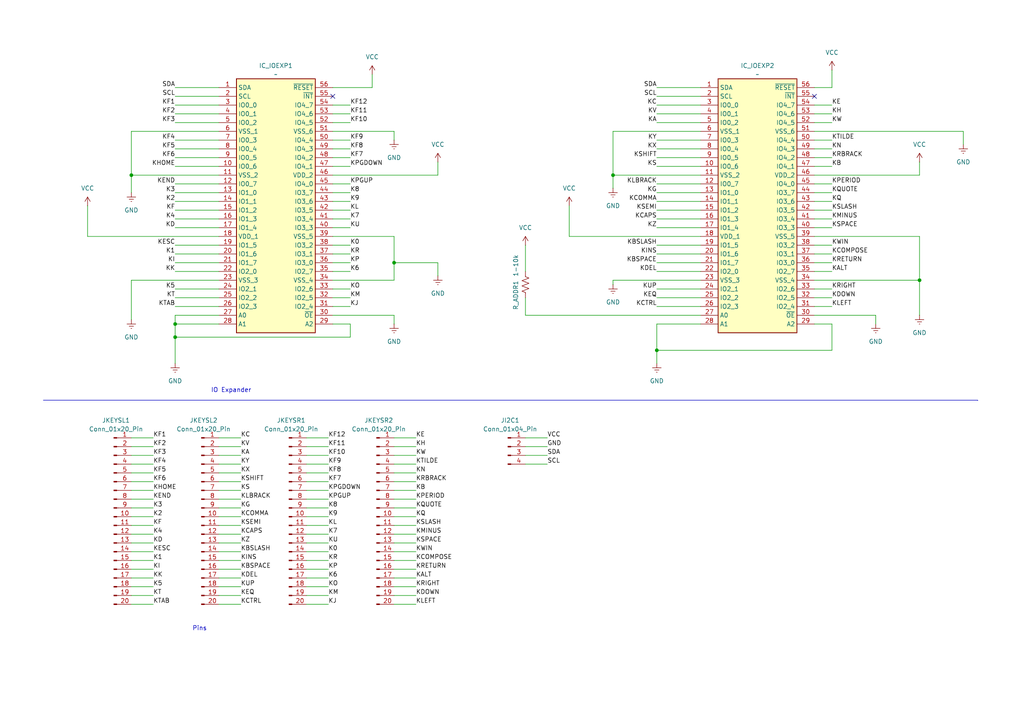
<source format=kicad_sch>
(kicad_sch (version 20231120) (generator "eeschema") (generator_version "8.0")
  (paper "A4")
  (title_block (title "Keyboard/Trackball Combo - Key IO Expanders") (date "2024-09-30") (rev "1") (company "Polymath Studio"))
  (lib_symbols
    (symbol "Connector:Conn_01x04_Pin" (pin_names (offset 1.016) hide)
      (property "Reference" "J" (at 0 5.08 0))
      (property "Value" "Conn_01x04_Pin" (at 0 -7.62 0))
      (symbol "Conn_01x04_Pin_1_1"
        (polyline (pts (xy 1.27 -5.08) (xy 0.8636 -5.08)) (stroke (width 0.1524)))
        (polyline (pts (xy 1.27 -2.54) (xy 0.8636 -2.54)) (stroke (width 0.1524)))
        (polyline (pts (xy 1.27 0) (xy 0.8636 0)) (stroke (width 0.1524)))
        (polyline (pts (xy 1.27 2.54) (xy 0.8636 2.54)) (stroke (width 0.1524)))
        (rectangle (start 0.8636 -4.953) (end 0 -5.207) (stroke (width 0.1524)) (fill (type outline)))
        (rectangle (start 0.8636 -2.413) (end 0 -2.667) (stroke (width 0.1524)) (fill (type outline)))
        (rectangle (start 0.8636 0.127) (end 0 -0.127) (stroke (width 0.1524)) (fill (type outline)))
        (rectangle (start 0.8636 2.667) (end 0 2.413) (stroke (width 0.1524)) (fill (type outline)))
        (pin passive line (at 5.08 2.54 180) (length 3.81) (name "Pin_1") (number "1"))
        (pin passive line (at 5.08 0 180) (length 3.81) (name "Pin_2") (number "2"))
        (pin passive line (at 5.08 -2.54 180) (length 3.81) (name "Pin_3") (number "3"))
        (pin passive line (at 5.08 -5.08 180) (length 3.81) (name "Pin_4") (number "4"))
      )
    )
    (symbol "Connector:Conn_01x20_Pin" (pin_names (offset 1.016) hide)
      (property "Reference" "J" (at 0 25.4 0))
      (property "Value" "Conn_01x20_Pin" (at 0 -27.94 0))
      (symbol "Conn_01x20_Pin_1_1"
        (polyline (pts (xy 1.27 -25.4) (xy 0.8636 -25.4)) (stroke (width 0.1524)))
        (polyline (pts (xy 1.27 -22.86) (xy 0.8636 -22.86)) (stroke (width 0.1524)))
        (polyline (pts (xy 1.27 -20.32) (xy 0.8636 -20.32)) (stroke (width 0.1524)))
        (polyline (pts (xy 1.27 -17.78) (xy 0.8636 -17.78)) (stroke (width 0.1524)))
        (polyline (pts (xy 1.27 -15.24) (xy 0.8636 -15.24)) (stroke (width 0.1524)))
        (polyline (pts (xy 1.27 -12.7) (xy 0.8636 -12.7)) (stroke (width 0.1524)))
        (polyline (pts (xy 1.27 -10.16) (xy 0.8636 -10.16)) (stroke (width 0.1524)))
        (polyline (pts (xy 1.27 -7.62) (xy 0.8636 -7.62)) (stroke (width 0.1524)))
        (polyline (pts (xy 1.27 -5.08) (xy 0.8636 -5.08)) (stroke (width 0.1524)))
        (polyline (pts (xy 1.27 -2.54) (xy 0.8636 -2.54)) (stroke (width 0.1524)))
        (polyline (pts (xy 1.27 0) (xy 0.8636 0)) (stroke (width 0.1524)))
        (polyline (pts (xy 1.27 2.54) (xy 0.8636 2.54)) (stroke (width 0.1524)))
        (polyline (pts (xy 1.27 5.08) (xy 0.8636 5.08)) (stroke (width 0.1524)))
        (polyline (pts (xy 1.27 7.62) (xy 0.8636 7.62)) (stroke (width 0.1524)))
        (polyline (pts (xy 1.27 10.16) (xy 0.8636 10.16)) (stroke (width 0.1524)))
        (polyline (pts (xy 1.27 12.7) (xy 0.8636 12.7)) (stroke (width 0.1524)))
        (polyline (pts (xy 1.27 15.24) (xy 0.8636 15.24)) (stroke (width 0.1524)))
        (polyline (pts (xy 1.27 17.78) (xy 0.8636 17.78)) (stroke (width 0.1524)))
        (polyline (pts (xy 1.27 20.32) (xy 0.8636 20.32)) (stroke (width 0.1524)))
        (polyline (pts (xy 1.27 22.86) (xy 0.8636 22.86)) (stroke (width 0.1524)))
        (rectangle (start 0.8636 -25.273) (end 0 -25.527) (stroke (width 0.1524)) (fill (type outline)))
        (rectangle (start 0.8636 -22.733) (end 0 -22.987) (stroke (width 0.1524)) (fill (type outline)))
        (rectangle (start 0.8636 -20.193) (end 0 -20.447) (stroke (width 0.1524)) (fill (type outline)))
        (rectangle (start 0.8636 -17.653) (end 0 -17.907) (stroke (width 0.1524)) (fill (type outline)))
        (rectangle (start 0.8636 -15.113) (end 0 -15.367) (stroke (width 0.1524)) (fill (type outline)))
        (rectangle (start 0.8636 -12.573) (end 0 -12.827) (stroke (width 0.1524)) (fill (type outline)))
        (rectangle (start 0.8636 -10.033) (end 0 -10.287) (stroke (width 0.1524)) (fill (type outline)))
        (rectangle (start 0.8636 -7.493) (end 0 -7.747) (stroke (width 0.1524)) (fill (type outline)))
        (rectangle (start 0.8636 -4.953) (end 0 -5.207) (stroke (width 0.1524)) (fill (type outline)))
        (rectangle (start 0.8636 -2.413) (end 0 -2.667) (stroke (width 0.1524)) (fill (type outline)))
        (rectangle (start 0.8636 0.127) (end 0 -0.127) (stroke (width 0.1524)) (fill (type outline)))
        (rectangle (start 0.8636 2.667) (end 0 2.413) (stroke (width 0.1524)) (fill (type outline)))
        (rectangle (start 0.8636 5.207) (end 0 4.953) (stroke (width 0.1524)) (fill (type outline)))
        (rectangle (start 0.8636 7.747) (end 0 7.493) (stroke (width 0.1524)) (fill (type outline)))
        (rectangle (start 0.8636 10.287) (end 0 10.033) (stroke (width 0.1524)) (fill (type outline)))
        (rectangle (start 0.8636 12.827) (end 0 12.573) (stroke (width 0.1524)) (fill (type outline)))
        (rectangle (start 0.8636 15.367) (end 0 15.113) (stroke (width 0.1524)) (fill (type outline)))
        (rectangle (start 0.8636 17.907) (end 0 17.653) (stroke (width 0.1524)) (fill (type outline)))
        (rectangle (start 0.8636 20.447) (end 0 20.193) (stroke (width 0.1524)) (fill (type outline)))
        (rectangle (start 0.8636 22.987) (end 0 22.733) (stroke (width 0.1524)) (fill (type outline)))
        (pin passive line (at 5.08 22.86 180) (length 3.81) (name "Pin_1") (number "1"))
        (pin passive line (at 5.08 0 180) (length 3.81) (name "Pin_10") (number "10"))
        (pin passive line (at 5.08 -2.54 180) (length 3.81) (name "Pin_11") (number "11"))
        (pin passive line (at 5.08 -5.08 180) (length 3.81) (name "Pin_12") (number "12"))
        (pin passive line (at 5.08 -7.62 180) (length 3.81) (name "Pin_13") (number "13"))
        (pin passive line (at 5.08 -10.16 180) (length 3.81) (name "Pin_14") (number "14"))
        (pin passive line (at 5.08 -12.7 180) (length 3.81) (name "Pin_15") (number "15"))
        (pin passive line (at 5.08 -15.24 180) (length 3.81) (name "Pin_16") (number "16"))
        (pin passive line (at 5.08 -17.78 180) (length 3.81) (name "Pin_17") (number "17"))
        (pin passive line (at 5.08 -20.32 180) (length 3.81) (name "Pin_18") (number "18"))
        (pin passive line (at 5.08 -22.86 180) (length 3.81) (name "Pin_19") (number "19"))
        (pin passive line (at 5.08 20.32 180) (length 3.81) (name "Pin_2") (number "2"))
        (pin passive line (at 5.08 -25.4 180) (length 3.81) (name "Pin_20") (number "20"))
        (pin passive line (at 5.08 17.78 180) (length 3.81) (name "Pin_3") (number "3"))
        (pin passive line (at 5.08 15.24 180) (length 3.81) (name "Pin_4") (number "4"))
        (pin passive line (at 5.08 12.7 180) (length 3.81) (name "Pin_5") (number "5"))
        (pin passive line (at 5.08 10.16 180) (length 3.81) (name "Pin_6") (number "6"))
        (pin passive line (at 5.08 7.62 180) (length 3.81) (name "Pin_7") (number "7"))
        (pin passive line (at 5.08 5.08 180) (length 3.81) (name "Pin_8") (number "8"))
        (pin passive line (at 5.08 2.54 180) (length 3.81) (name "Pin_9") (number "9"))
      )
    )
    (symbol "Device:R_US" (pin_numbers hide) (pin_names (offset 0))
      (property "Reference" "R" (at 2.54 0 90))
      (property "Value" "R_US" (at -2.54 0 90))
      (symbol "R_US_0_1"
        (polyline (pts (xy 0 -2.286) (xy 0 -2.54)))
        (polyline (pts (xy 0 2.286) (xy 0 2.54)))
        (polyline (pts (xy 0 -0.762) (xy 1.016 -1.143) (xy 0 -1.524) (xy -1.016 -1.905) (xy 0 -2.286)))
        (polyline (pts (xy 0 0.762) (xy 1.016 0.381) (xy 0 0) (xy -1.016 -0.381) (xy 0 -0.762)))
        (polyline (pts (xy 0 2.286) (xy 1.016 1.905) (xy 0 1.524) (xy -1.016 1.143) (xy 0 0.762)))
      )
      (symbol "R_US_1_1"
        (pin passive line (at 0 3.81 270) (length 1.27) (name "~") (number "1"))
        (pin passive line (at 0 -3.81 90) (length 1.27) (name "~") (number "2"))
      )
    )
    (symbol "PCA9505DGGY:PCA9505DGGY"
      (property "Reference" "IC" (at 29.21 7.62 0))
      (property "Value" "PCA9505DGGY" (at 29.21 5.08 0))
      (symbol "PCA9505DGGY_1_1"
        (rectangle (start 5.08 2.54) (end 27.94 -71.12) (stroke (width 0.254)) (fill (type background)))
        (pin passive line (at 0 0 0) (length 5.08) (name "SDA") (number "1"))
        (pin passive line (at 0 -22.86 0) (length 5.08) (name "IO0_6") (number "10"))
        (pin passive line (at 0 -25.4 0) (length 5.08) (name "VSS_2") (number "11"))
        (pin passive line (at 0 -27.94 0) (length 5.08) (name "IO0_7") (number "12"))
        (pin passive line (at 0 -30.48 0) (length 5.08) (name "IO1_0") (number "13"))
        (pin passive line (at 0 -33.02 0) (length 5.08) (name "IO1_1") (number "14"))
        (pin passive line (at 0 -35.56 0) (length 5.08) (name "IO1_2") (number "15"))
        (pin passive line (at 0 -38.1 0) (length 5.08) (name "IO1_3") (number "16"))
        (pin passive line (at 0 -40.64 0) (length 5.08) (name "IO1_4") (number "17"))
        (pin passive line (at 0 -43.18 0) (length 5.08) (name "VDD_1") (number "18"))
        (pin passive line (at 0 -45.72 0) (length 5.08) (name "IO1_5") (number "19"))
        (pin passive line (at 0 -2.54 0) (length 5.08) (name "SCL") (number "2"))
        (pin passive line (at 0 -48.26 0) (length 5.08) (name "IO1_6") (number "20"))
        (pin passive line (at 0 -50.8 0) (length 5.08) (name "IO1_7") (number "21"))
        (pin passive line (at 0 -53.34 0) (length 5.08) (name "IO2_0") (number "22"))
        (pin passive line (at 0 -55.88 0) (length 5.08) (name "VSS_3") (number "23"))
        (pin passive line (at 0 -58.42 0) (length 5.08) (name "IO2_1") (number "24"))
        (pin passive line (at 0 -60.96 0) (length 5.08) (name "IO2_2") (number "25"))
        (pin passive line (at 0 -63.5 0) (length 5.08) (name "IO2_3") (number "26"))
        (pin passive line (at 0 -66.04 0) (length 5.08) (name "A0") (number "27"))
        (pin passive line (at 0 -68.58 0) (length 5.08) (name "A1") (number "28"))
        (pin passive line (at 33.02 -68.58 180) (length 5.08) (name "A2") (number "29"))
        (pin passive line (at 0 -5.08 0) (length 5.08) (name "IO0_0") (number "3"))
        (pin passive line (at 33.02 -66.04 180) (length 5.08) (name "~{OE}") (number "30"))
        (pin passive line (at 33.02 -63.5 180) (length 5.08) (name "IO2_4") (number "31"))
        (pin passive line (at 33.02 -60.96 180) (length 5.08) (name "IO2_5") (number "32"))
        (pin passive line (at 33.02 -58.42 180) (length 5.08) (name "IO2_6") (number "33"))
        (pin passive line (at 33.02 -55.88 180) (length 5.08) (name "VSS_4") (number "34"))
        (pin passive line (at 33.02 -53.34 180) (length 5.08) (name "IO2_7") (number "35"))
        (pin passive line (at 33.02 -50.8 180) (length 5.08) (name "IO3_0") (number "36"))
        (pin passive line (at 33.02 -48.26 180) (length 5.08) (name "IO3_1") (number "37"))
        (pin passive line (at 33.02 -45.72 180) (length 5.08) (name "IO3_2") (number "38"))
        (pin passive line (at 33.02 -43.18 180) (length 5.08) (name "VSS_5") (number "39"))
        (pin passive line (at 0 -7.62 0) (length 5.08) (name "IO0_1") (number "4"))
        (pin passive line (at 33.02 -40.64 180) (length 5.08) (name "IO3_3") (number "40"))
        (pin passive line (at 33.02 -38.1 180) (length 5.08) (name "IO3_4") (number "41"))
        (pin passive line (at 33.02 -35.56 180) (length 5.08) (name "IO3_5") (number "42"))
        (pin passive line (at 33.02 -33.02 180) (length 5.08) (name "IO3_6") (number "43"))
        (pin passive line (at 33.02 -30.48 180) (length 5.08) (name "IO3_7") (number "44"))
        (pin passive line (at 33.02 -27.94 180) (length 5.08) (name "IO4_0") (number "45"))
        (pin passive line (at 33.02 -25.4 180) (length 5.08) (name "VDD_2") (number "46"))
        (pin passive line (at 33.02 -22.86 180) (length 5.08) (name "IO4_1") (number "47"))
        (pin passive line (at 33.02 -20.32 180) (length 5.08) (name "IO4_2") (number "48"))
        (pin passive line (at 33.02 -17.78 180) (length 5.08) (name "IO4_3") (number "49"))
        (pin passive line (at 0 -10.16 0) (length 5.08) (name "IO0_2") (number "5"))
        (pin passive line (at 33.02 -15.24 180) (length 5.08) (name "IO4_4") (number "50"))
        (pin passive line (at 33.02 -12.7 180) (length 5.08) (name "VSS_6") (number "51"))
        (pin passive line (at 33.02 -10.16 180) (length 5.08) (name "IO4_5") (number "52"))
        (pin passive line (at 33.02 -7.62 180) (length 5.08) (name "IO4_6") (number "53"))
        (pin passive line (at 33.02 -5.08 180) (length 5.08) (name "IO4_7") (number "54"))
        (pin passive line (at 33.02 -2.54 180) (length 5.08) (name "~{INT}") (number "55"))
        (pin passive line (at 33.02 0 180) (length 5.08) (name "~{RESET}") (number "56"))
        (pin passive line (at 0 -12.7 0) (length 5.08) (name "VSS_1") (number "6"))
        (pin passive line (at 0 -15.24 0) (length 5.08) (name "IO0_3") (number "7"))
        (pin passive line (at 0 -17.78 0) (length 5.08) (name "IO0_4") (number "8"))
        (pin passive line (at 0 -20.32 0) (length 5.08) (name "IO0_5") (number "9"))
      )
    )
    (symbol "power:Earth" (power) (pin_numbers hide) (pin_names (offset 0) hide)
      (property "Value" "Earth" (at 0 -3.81 0))
      (symbol "Earth_0_1"
        (polyline (pts (xy -0.635 -1.905) (xy 0.635 -1.905)))
        (polyline (pts (xy -0.127 -2.54) (xy 0.127 -2.54)))
        (polyline (pts (xy 0 -1.27) (xy 0 0)))
        (polyline (pts (xy 1.27 -1.27) (xy -1.27 -1.27)))
      )
      (symbol "Earth_1_1"
        (pin power_in line (at 0 0 270) (length 0) (name "~") (number "1"))
      )
    )
    (symbol "power:VCC" (power) (pin_numbers hide) (pin_names (offset 0) hide)
      (property "Value" "VCC" (at 0 3.556 0))
      (symbol "VCC_0_1"
        (polyline (pts (xy -0.762 1.27) (xy 0 2.54)))
        (polyline (pts (xy 0 0) (xy 0 2.54)))
        (polyline (pts (xy 0 2.54) (xy 0.762 1.27)))
      )
      (symbol "VCC_1_1"
        (pin power_in line (at 0 0 90) (length 0) (name "~") (number "1"))
      )
    )
  )
  (junction (at 190.5 101.6))
  (junction (at 266.7 81.28))
  (junction (at 50.8 97.79))
  (junction (at 177.8 50.8))
  (junction (at 114.3 76.2))
  (junction (at 38.1 50.8))
  (junction (at 50.8 93.98))
  (no_connect (at 96.52 27.94))
  (no_connect (at 236.22 27.94))
  (wire (pts (xy 88.9 165.1) (xy 95.25 165.1)))
  (wire (pts (xy 63.5 127) (xy 69.85 127)))
  (wire (pts (xy 50.8 53.34) (xy 63.5 53.34)))
  (wire (pts (xy 152.4 91.44) (xy 203.2 91.44)))
  (wire (pts (xy 50.8 91.44) (xy 63.5 91.44)))
  (wire (pts (xy 88.9 170.18) (xy 95.25 170.18)))
  (wire (pts (xy 101.6 55.88) (xy 96.52 55.88)))
  (polyline (pts (xy 283.591 116.078) (xy 283.591 116.205)))
  (wire (pts (xy 241.3 58.42) (xy 236.22 58.42)))
  (wire (pts (xy 50.8 58.42) (xy 63.5 58.42)))
  (wire (pts (xy 177.8 38.1) (xy 177.8 50.8)))
  (wire (pts (xy 190.5 66.04) (xy 203.2 66.04)))
  (wire (pts (xy 266.7 68.58) (xy 266.7 81.28)))
  (wire (pts (xy 190.5 63.5) (xy 203.2 63.5)))
  (wire (pts (xy 63.5 134.62) (xy 69.85 134.62)))
  (wire (pts (xy 63.5 142.24) (xy 69.85 142.24)))
  (wire (pts (xy 114.3 68.58) (xy 114.3 76.2)))
  (wire (pts (xy 241.3 53.34) (xy 236.22 53.34)))
  (wire (pts (xy 241.3 35.56) (xy 236.22 35.56)))
  (wire (pts (xy 101.6 43.18) (xy 96.52 43.18)))
  (wire (pts (xy 38.1 142.24) (xy 44.45 142.24)))
  (wire (pts (xy 38.1 157.48) (xy 44.45 157.48)))
  (wire (pts (xy 203.2 93.98) (xy 190.5 93.98)))
  (wire (pts (xy 50.8 25.4) (xy 63.5 25.4)))
  (wire (pts (xy 190.5 48.26) (xy 203.2 48.26)))
  (wire (pts (xy 127 46.99) (xy 127 50.8)))
  (wire (pts (xy 38.1 170.18) (xy 44.45 170.18)))
  (wire (pts (xy 101.6 35.56) (xy 96.52 35.56)))
  (wire (pts (xy 50.8 45.72) (xy 63.5 45.72)))
  (wire (pts (xy 236.22 86.36) (xy 241.3 86.36)))
  (wire (pts (xy 38.1 149.86) (xy 44.45 149.86)))
  (wire (pts (xy 63.5 170.18) (xy 69.85 170.18)))
  (wire (pts (xy 101.6 78.74) (xy 96.52 78.74)))
  (wire (pts (xy 241.3 30.48) (xy 236.22 30.48)))
  (wire (pts (xy 96.52 68.58) (xy 114.3 68.58)))
  (wire (pts (xy 101.6 45.72) (xy 96.52 45.72)))
  (wire (pts (xy 63.5 137.16) (xy 69.85 137.16)))
  (wire (pts (xy 266.7 46.99) (xy 266.7 50.8)))
  (wire (pts (xy 114.3 162.56) (xy 120.65 162.56)))
  (wire (pts (xy 190.5 27.94) (xy 203.2 27.94)))
  (wire (pts (xy 50.8 93.98) (xy 63.5 93.98)))
  (wire (pts (xy 101.6 40.64) (xy 96.52 40.64)))
  (wire (pts (xy 96.52 93.98) (xy 101.6 93.98)))
  (wire (pts (xy 114.3 160.02) (xy 120.65 160.02)))
  (wire (pts (xy 236.22 50.8) (xy 266.7 50.8)))
  (wire (pts (xy 38.1 152.4) (xy 44.45 152.4)))
  (wire (pts (xy 88.9 167.64) (xy 95.25 167.64)))
  (wire (pts (xy 190.5 105.41) (xy 190.5 101.6)))
  (wire (pts (xy 38.1 38.1) (xy 38.1 50.8)))
  (wire (pts (xy 203.2 68.58) (xy 165.1 68.58)))
  (wire (pts (xy 88.9 134.62) (xy 95.25 134.62)))
  (wire (pts (xy 88.9 162.56) (xy 95.25 162.56)))
  (wire (pts (xy 114.3 127) (xy 120.65 127)))
  (wire (pts (xy 152.4 86.36) (xy 152.4 91.44)))
  (wire (pts (xy 50.8 40.64) (xy 63.5 40.64)))
  (wire (pts (xy 50.8 73.66) (xy 63.5 73.66)))
  (wire (pts (xy 114.3 137.16) (xy 120.65 137.16)))
  (wire (pts (xy 152.4 129.54) (xy 158.75 129.54)))
  (wire (pts (xy 190.5 43.18) (xy 203.2 43.18)))
  (wire (pts (xy 88.9 172.72) (xy 95.25 172.72)))
  (wire (pts (xy 241.3 93.98) (xy 241.3 101.6)))
  (wire (pts (xy 236.22 38.1) (xy 279.4 38.1)))
  (wire (pts (xy 38.1 50.8) (xy 38.1 55.88)))
  (wire (pts (xy 114.3 152.4) (xy 120.65 152.4)))
  (wire (pts (xy 241.3 88.9) (xy 236.22 88.9)))
  (wire (pts (xy 190.5 93.98) (xy 190.5 101.6)))
  (wire (pts (xy 101.6 33.02) (xy 96.52 33.02)))
  (wire (pts (xy 63.5 152.4) (xy 69.85 152.4)))
  (wire (pts (xy 96.52 91.44) (xy 114.3 91.44)))
  (wire (pts (xy 107.95 21.59) (xy 107.95 25.4)))
  (wire (pts (xy 63.5 157.48) (xy 69.85 157.48)))
  (wire (pts (xy 88.9 160.02) (xy 95.25 160.02)))
  (wire (pts (xy 114.3 157.48) (xy 120.65 157.48)))
  (wire (pts (xy 190.5 35.56) (xy 203.2 35.56)))
  (wire (pts (xy 50.8 48.26) (xy 63.5 48.26)))
  (wire (pts (xy 88.9 129.54) (xy 95.25 129.54)))
  (wire (pts (xy 241.3 20.32) (xy 241.3 25.4)))
  (wire (pts (xy 38.1 134.62) (xy 44.45 134.62)))
  (wire (pts (xy 177.8 50.8) (xy 177.8 54.61)))
  (polyline (pts (xy 12.573 116.078) (xy 283.591 116.078)))
  (wire (pts (xy 114.3 167.64) (xy 120.65 167.64)))
  (wire (pts (xy 63.5 139.7) (xy 69.85 139.7)))
  (wire (pts (xy 114.3 134.62) (xy 120.65 134.62)))
  (wire (pts (xy 38.1 92.71) (xy 38.1 81.28)))
  (wire (pts (xy 50.8 88.9) (xy 63.5 88.9)))
  (wire (pts (xy 266.7 81.28) (xy 266.7 91.44)))
  (wire (pts (xy 101.6 58.42) (xy 96.52 58.42)))
  (wire (pts (xy 63.5 162.56) (xy 69.85 162.56)))
  (wire (pts (xy 190.5 40.64) (xy 203.2 40.64)))
  (wire (pts (xy 101.6 30.48) (xy 96.52 30.48)))
  (wire (pts (xy 88.9 152.4) (xy 95.25 152.4)))
  (wire (pts (xy 114.3 91.44) (xy 114.3 93.98)))
  (wire (pts (xy 38.1 129.54) (xy 44.45 129.54)))
  (wire (pts (xy 63.5 154.94) (xy 69.85 154.94)))
  (wire (pts (xy 241.3 43.18) (xy 236.22 43.18)))
  (wire (pts (xy 114.3 132.08) (xy 120.65 132.08)))
  (wire (pts (xy 127 76.2) (xy 114.3 76.2)))
  (wire (pts (xy 114.3 154.94) (xy 120.65 154.94)))
  (wire (pts (xy 96.52 38.1) (xy 114.3 38.1)))
  (wire (pts (xy 114.3 149.86) (xy 120.65 149.86)))
  (wire (pts (xy 152.4 134.62) (xy 158.75 134.62)))
  (wire (pts (xy 50.8 76.2) (xy 63.5 76.2)))
  (wire (pts (xy 50.8 93.98) (xy 50.8 91.44)))
  (wire (pts (xy 236.22 81.28) (xy 266.7 81.28)))
  (wire (pts (xy 190.5 83.82) (xy 203.2 83.82)))
  (wire (pts (xy 241.3 78.74) (xy 236.22 78.74)))
  (wire (pts (xy 63.5 27.94) (xy 50.8 27.94)))
  (wire (pts (xy 190.5 73.66) (xy 203.2 73.66)))
  (wire (pts (xy 50.8 60.96) (xy 63.5 60.96)))
  (wire (pts (xy 38.1 144.78) (xy 44.45 144.78)))
  (wire (pts (xy 114.3 170.18) (xy 120.65 170.18)))
  (wire (pts (xy 190.5 88.9) (xy 203.2 88.9)))
  (wire (pts (xy 190.5 76.2) (xy 203.2 76.2)))
  (wire (pts (xy 50.8 97.79) (xy 101.6 97.79)))
  (wire (pts (xy 241.3 76.2) (xy 236.22 76.2)))
  (wire (pts (xy 88.9 127) (xy 95.25 127)))
  (wire (pts (xy 177.8 81.28) (xy 203.2 81.28)))
  (wire (pts (xy 236.22 33.02) (xy 241.3 33.02)))
  (wire (pts (xy 177.8 50.8) (xy 203.2 50.8)))
  (wire (pts (xy 127 76.2) (xy 127 80.01)))
  (wire (pts (xy 25.4 68.58) (xy 25.4 59.69)))
  (wire (pts (xy 50.8 35.56) (xy 63.5 35.56)))
  (wire (pts (xy 114.3 172.72) (xy 120.65 172.72)))
  (wire (pts (xy 38.1 172.72) (xy 44.45 172.72)))
  (wire (pts (xy 38.1 139.7) (xy 44.45 139.7)))
  (wire (pts (xy 152.4 127) (xy 158.75 127)))
  (wire (pts (xy 114.3 76.2) (xy 114.3 81.28)))
  (wire (pts (xy 50.8 55.88) (xy 63.5 55.88)))
  (wire (pts (xy 63.5 38.1) (xy 38.1 38.1)))
  (wire (pts (xy 101.6 48.26) (xy 96.52 48.26)))
  (wire (pts (xy 114.3 175.26) (xy 120.65 175.26)))
  (wire (pts (xy 236.22 66.04) (xy 241.3 66.04)))
  (wire (pts (xy 152.4 132.08) (xy 158.75 132.08)))
  (wire (pts (xy 96.52 50.8) (xy 127 50.8)))
  (wire (pts (xy 190.5 53.34) (xy 203.2 53.34)))
  (wire (pts (xy 63.5 147.32) (xy 69.85 147.32)))
  (wire (pts (xy 190.5 58.42) (xy 203.2 58.42)))
  (wire (pts (xy 38.1 175.26) (xy 44.45 175.26)))
  (wire (pts (xy 190.5 60.96) (xy 203.2 60.96)))
  (wire (pts (xy 101.6 73.66) (xy 96.52 73.66)))
  (wire (pts (xy 50.8 33.02) (xy 63.5 33.02)))
  (wire (pts (xy 50.8 97.79) (xy 50.8 93.98)))
  (wire (pts (xy 236.22 68.58) (xy 266.7 68.58)))
  (wire (pts (xy 190.5 33.02) (xy 203.2 33.02)))
  (wire (pts (xy 50.8 30.48) (xy 63.5 30.48)))
  (wire (pts (xy 114.3 129.54) (xy 120.65 129.54)))
  (wire (pts (xy 241.3 45.72) (xy 236.22 45.72)))
  (wire (pts (xy 88.9 175.26) (xy 95.25 175.26)))
  (wire (pts (xy 236.22 91.44) (xy 254 91.44)))
  (wire (pts (xy 241.3 48.26) (xy 236.22 48.26)))
  (wire (pts (xy 63.5 149.86) (xy 69.85 149.86)))
  (wire (pts (xy 190.5 86.36) (xy 203.2 86.36)))
  (wire (pts (xy 63.5 175.26) (xy 69.85 175.26)))
  (wire (pts (xy 50.8 43.18) (xy 63.5 43.18)))
  (wire (pts (xy 96.52 86.36) (xy 101.6 86.36)))
  (wire (pts (xy 101.6 66.04) (xy 96.52 66.04)))
  (wire (pts (xy 114.3 81.28) (xy 96.52 81.28)))
  (wire (pts (xy 254 91.44) (xy 254 93.98)))
  (wire (pts (xy 241.3 60.96) (xy 236.22 60.96)))
  (wire (pts (xy 50.8 78.74) (xy 63.5 78.74)))
  (wire (pts (xy 38.1 81.28) (xy 63.5 81.28)))
  (wire (pts (xy 50.8 86.36) (xy 63.5 86.36)))
  (wire (pts (xy 63.5 129.54) (xy 69.85 129.54)))
  (wire (pts (xy 88.9 157.48) (xy 95.25 157.48)))
  (wire (pts (xy 44.45 127) (xy 38.1 127)))
  (wire (pts (xy 96.52 83.82) (xy 101.6 83.82)))
  (wire (pts (xy 50.8 66.04) (xy 63.5 66.04)))
  (wire (pts (xy 63.5 165.1) (xy 69.85 165.1)))
  (wire (pts (xy 190.5 71.12) (xy 203.2 71.12)))
  (wire (pts (xy 50.8 71.12) (xy 63.5 71.12)))
  (wire (pts (xy 152.4 78.74) (xy 152.4 71.12)))
  (wire (pts (xy 114.3 38.1) (xy 114.3 40.64)))
  (wire (pts (xy 38.1 165.1) (xy 44.45 165.1)))
  (wire (pts (xy 63.5 132.08) (xy 69.85 132.08)))
  (wire (pts (xy 114.3 147.32) (xy 120.65 147.32)))
  (wire (pts (xy 241.3 63.5) (xy 236.22 63.5)))
  (wire (pts (xy 38.1 160.02) (xy 44.45 160.02)))
  (wire (pts (xy 177.8 82.55) (xy 177.8 81.28)))
  (wire (pts (xy 88.9 137.16) (xy 95.25 137.16)))
  (wire (pts (xy 38.1 50.8) (xy 63.5 50.8)))
  (wire (pts (xy 63.5 144.78) (xy 69.85 144.78)))
  (wire (pts (xy 241.3 73.66) (xy 236.22 73.66)))
  (wire (pts (xy 63.5 68.58) (xy 25.4 68.58)))
  (wire (pts (xy 38.1 167.64) (xy 44.45 167.64)))
  (wire (pts (xy 50.8 83.82) (xy 63.5 83.82)))
  (wire (pts (xy 38.1 137.16) (xy 44.45 137.16)))
  (wire (pts (xy 241.3 83.82) (xy 236.22 83.82)))
  (wire (pts (xy 114.3 144.78) (xy 120.65 144.78)))
  (wire (pts (xy 107.95 25.4) (xy 96.52 25.4)))
  (wire (pts (xy 241.3 40.64) (xy 236.22 40.64)))
  (wire (pts (xy 165.1 59.69) (xy 165.1 68.58)))
  (wire (pts (xy 114.3 165.1) (xy 120.65 165.1)))
  (wire (pts (xy 88.9 132.08) (xy 95.25 132.08)))
  (wire (pts (xy 114.3 142.24) (xy 120.65 142.24)))
  (wire (pts (xy 88.9 154.94) (xy 95.25 154.94)))
  (wire (pts (xy 190.5 30.48) (xy 203.2 30.48)))
  (wire (pts (xy 88.9 147.32) (xy 95.25 147.32)))
  (wire (pts (xy 88.9 149.86) (xy 95.25 149.86)))
  (wire (pts (xy 114.3 139.7) (xy 120.65 139.7)))
  (wire (pts (xy 88.9 142.24) (xy 95.25 142.24)))
  (wire (pts (xy 101.6 60.96) (xy 96.52 60.96)))
  (wire (pts (xy 63.5 172.72) (xy 69.85 172.72)))
  (wire (pts (xy 190.5 45.72) (xy 203.2 45.72)))
  (wire (pts (xy 241.3 55.88) (xy 236.22 55.88)))
  (wire (pts (xy 190.5 78.74) (xy 203.2 78.74)))
  (wire (pts (xy 101.6 53.34) (xy 96.52 53.34)))
  (wire (pts (xy 190.5 25.4) (xy 203.2 25.4)))
  (wire (pts (xy 50.8 63.5) (xy 63.5 63.5)))
  (wire (pts (xy 38.1 154.94) (xy 44.45 154.94)))
  (wire (pts (xy 101.6 63.5) (xy 96.52 63.5)))
  (wire (pts (xy 63.5 167.64) (xy 69.85 167.64)))
  (wire (pts (xy 190.5 101.6) (xy 241.3 101.6)))
  (wire (pts (xy 101.6 71.12) (xy 96.52 71.12)))
  (wire (pts (xy 241.3 25.4) (xy 236.22 25.4)))
  (wire (pts (xy 190.5 55.88) (xy 203.2 55.88)))
  (wire (pts (xy 96.52 88.9) (xy 101.6 88.9)))
  (wire (pts (xy 101.6 76.2) (xy 96.52 76.2)))
  (wire (pts (xy 88.9 144.78) (xy 95.25 144.78)))
  (wire (pts (xy 279.4 38.1) (xy 279.4 41.91)))
  (wire (pts (xy 38.1 147.32) (xy 44.45 147.32)))
  (wire (pts (xy 38.1 132.08) (xy 44.45 132.08)))
  (wire (pts (xy 236.22 93.98) (xy 241.3 93.98)))
  (wire (pts (xy 241.3 71.12) (xy 236.22 71.12)))
  (wire (pts (xy 88.9 139.7) (xy 95.25 139.7)))
  (wire (pts (xy 50.8 97.79) (xy 50.8 105.41)))
  (wire (pts (xy 63.5 160.02) (xy 69.85 160.02)))
  (wire (pts (xy 203.2 38.1) (xy 177.8 38.1)))
  (wire (pts (xy 38.1 162.56) (xy 44.45 162.56)))
  (wire (pts (xy 101.6 93.98) (xy 101.6 97.79)))
  (text "IO Expander" (at 67.056 113.284 0) (effects (font (size 1.27 1.27))))
  (text "Pins" (at 57.912 182.372 0) (effects (font (size 1.27 1.27))))
  (label "KH" (at 120.65 129.54 0))
  (label "KRIGHT" (at 241.3 83.82 0))
  (label "K2" (at 44.45 149.86 0))
  (label "K8" (at 95.25 147.32 0))
  (label "KL" (at 101.6 60.96 0))
  (label "KTILDE" (at 241.3 40.64 0))
  (label "KD" (at 44.45 157.48 0))
  (label "KN" (at 241.3 43.18 0))
  (label "K4" (at 44.45 154.94 0))
  (label "KRETURN" (at 120.65 165.1 0))
  (label "KRBRACK" (at 120.65 139.7 0))
  (label "KEND" (at 44.45 144.78 0))
  (label "KI" (at 50.8 76.2 180))
  (label "KK" (at 50.8 78.74 180))
  (label "KUP" (at 190.5 83.82 180))
  (label "KG" (at 190.5 55.88 180))
  (label "KTILDE" (at 120.65 134.62 0))
  (label "KK" (at 44.45 167.64 0))
  (label "KF1" (at 50.8 30.48 180))
  (label "KF11" (at 95.25 129.54 0))
  (label "KPGDOWN" (at 101.6 48.26 0))
  (label "KSPACE" (at 120.65 157.48 0))
  (label "KMINUS" (at 120.65 154.94 0))
  (label "KLEFT" (at 241.3 88.9 0))
  (label "KESC" (at 50.8 71.12 180))
  (label "KE" (at 241.3 30.48 0))
  (label "KU" (at 95.25 157.48 0))
  (label "KS" (at 69.85 142.24 0))
  (label "K5" (at 44.45 170.18 0))
  (label "KBSPACE" (at 190.5 76.2 180))
  (label "KCOMMA" (at 190.5 58.42 180))
  (label "K3" (at 50.8 55.88 180))
  (label "KF8" (at 95.25 137.16 0))
  (label "KUP" (at 69.85 170.18 0))
  (label "K1" (at 44.45 162.56 0))
  (label "KC" (at 190.5 30.48 180))
  (label "SCL" (at 50.8 27.94 180))
  (label "KC" (at 69.85 127 0))
  (label "KDOWN" (at 241.3 86.36 0))
  (label "KRBRACK" (at 241.3 45.72 0))
  (label "KESC" (at 44.45 160.02 0))
  (label "KW" (at 120.65 132.08 0))
  (label "KPGUP" (at 101.6 53.34 0))
  (label "KCTRL" (at 190.5 88.9 180))
  (label "KP" (at 101.6 76.2 0))
  (label "KU" (at 101.6 66.04 0))
  (label "KDOWN" (at 120.65 172.72 0))
  (label "KEQ" (at 69.85 172.72 0))
  (label "KBSLASH" (at 69.85 160.02 0))
  (label "KY" (at 190.5 40.64 180))
  (label "KCAPS" (at 190.5 63.5 180))
  (label "SDA" (at 158.75 132.08 0))
  (label "KF" (at 44.45 152.4 0))
  (label "KF4" (at 50.8 40.64 180))
  (label "KF5" (at 50.8 43.18 180))
  (label "VCC" (at 158.75 127 0))
  (label "K4" (at 50.8 63.5 180))
  (label "KF10" (at 101.6 35.56 0))
  (label "KHOME" (at 44.45 142.24 0))
  (label "KV" (at 190.5 33.02 180))
  (label "SDA" (at 50.8 25.4 180))
  (label "KZ" (at 69.85 157.48 0))
  (label "KCOMPOSE" (at 120.65 162.56 0))
  (label "KPGDOWN" (at 95.25 142.24 0))
  (label "KDEL" (at 190.5 78.74 180))
  (label "K1" (at 50.8 73.66 180))
  (label "KW" (at 241.3 35.56 0))
  (label "KINS" (at 69.85 162.56 0))
  (label "KSEMI" (at 190.5 60.96 180))
  (label "KLEFT" (at 120.65 175.26 0))
  (label "KJ" (at 95.25 175.26 0))
  (label "KF2" (at 44.45 129.54 0))
  (label "KSHIFT" (at 69.85 139.7 0))
  (label "SCL" (at 158.75 134.62 0))
  (label "K5" (at 50.8 83.82 180))
  (label "KF8" (at 101.6 43.18 0))
  (label "KH" (at 241.3 33.02 0))
  (label "KZ" (at 190.5 66.04 180))
  (label "KN" (at 120.65 137.16 0))
  (label "KF1" (at 44.45 127 0))
  (label "KI" (at 44.45 165.1 0))
  (label "SCL" (at 190.5 27.94 180))
  (label "KF12" (at 95.25 127 0))
  (label "KF6" (at 44.45 139.7 0))
  (label "KF9" (at 95.25 134.62 0))
  (label "KS" (at 190.5 48.26 180))
  (label "KF" (at 50.8 60.96 180))
  (label "KSLASH" (at 120.65 152.4 0))
  (label "KO" (at 101.6 83.82 0))
  (label "KMINUS" (at 241.3 63.5 0))
  (label "KQUOTE" (at 241.3 55.88 0))
  (label "KLBRACK" (at 190.5 53.34 180))
  (label "KSEMI" (at 69.85 152.4 0))
  (label "KRIGHT" (at 120.65 170.18 0))
  (label "KF2" (at 50.8 33.02 180))
  (label "K2" (at 50.8 58.42 180))
  (label "KRETURN" (at 241.3 76.2 0))
  (label "KQ" (at 120.65 149.86 0))
  (label "KEQ" (at 190.5 86.36 180))
  (label "SDA" (at 190.5 25.4 180))
  (label "KX" (at 190.5 43.18 180))
  (label "K9" (at 95.25 149.86 0))
  (label "KLBRACK" (at 69.85 144.78 0))
  (label "K3" (at 44.45 147.32 0))
  (label "K7" (at 101.6 63.5 0))
  (label "KM" (at 95.25 172.72 0))
  (label "K9" (at 101.6 58.42 0))
  (label "KF4" (at 44.45 134.62 0))
  (label "KF6" (at 50.8 45.72 180))
  (label "KEND" (at 50.8 53.34 180))
  (label "KA" (at 69.85 132.08 0))
  (label "KBSPACE" (at 69.85 165.1 0))
  (label "KDEL" (at 69.85 167.64 0))
  (label "KHOME" (at 50.8 48.26 180))
  (label "KF5" (at 44.45 137.16 0))
  (label "KCTRL" (at 69.85 175.26 0))
  (label "KF11" (at 101.6 33.02 0))
  (label "KF10" (at 95.25 132.08 0))
  (label "KB" (at 120.65 142.24 0))
  (label "KSPACE" (at 241.3 66.04 0))
  (label "KT" (at 50.8 86.36 180))
  (label "KM" (at 101.6 86.36 0))
  (label "KB" (at 241.3 48.26 0))
  (label "KF12" (at 101.6 30.48 0))
  (label "KPERIOD" (at 120.65 144.78 0))
  (label "KALT" (at 120.65 167.64 0))
  (label "KR" (at 95.25 162.56 0))
  (label "K6" (at 101.6 78.74 0))
  (label "KPERIOD" (at 241.3 53.34 0))
  (label "KINS" (at 190.5 73.66 180))
  (label "K0" (at 95.25 160.02 0))
  (label "KCOMMA" (at 69.85 149.86 0))
  (label "KQ" (at 241.3 58.42 0))
  (label "KV" (at 69.85 129.54 0))
  (label "KWIN" (at 120.65 160.02 0))
  (label "KTAB" (at 50.8 88.9 180))
  (label "KJ" (at 101.6 88.9 0))
  (label "KTAB" (at 44.45 175.26 0))
  (label "KL" (at 95.25 152.4 0))
  (label "K6" (at 95.25 167.64 0))
  (label "KP" (at 95.25 165.1 0))
  (label "GND" (at 158.75 129.54 0))
  (label "KPGUP" (at 95.25 144.78 0))
  (label "KO" (at 95.25 170.18 0))
  (label "K7" (at 95.25 154.94 0))
  (label "KSLASH" (at 241.3 60.96 0))
  (label "KE" (at 120.65 127 0))
  (label "KWIN" (at 241.3 71.12 0))
  (label "KCOMPOSE" (at 241.3 73.66 0))
  (label "KR" (at 101.6 73.66 0))
  (label "KF7" (at 101.6 45.72 0))
  (label "KQUOTE" (at 120.65 147.32 0))
  (label "KF7" (at 95.25 139.7 0))
  (label "KCAPS" (at 69.85 154.94 0))
  (label "KF3" (at 50.8 35.56 180))
  (label "KD" (at 50.8 66.04 180))
  (label "KY" (at 69.85 134.62 0))
  (label "KF3" (at 44.45 132.08 0))
  (label "KSHIFT" (at 190.5 45.72 180))
  (label "KBSLASH" (at 190.5 71.12 180))
  (label "K8" (at 101.6 55.88 0))
  (label "KALT" (at 241.3 78.74 0))
  (label "KG" (at 69.85 147.32 0))
  (label "KX" (at 69.85 137.16 0))
  (label "KA" (at 190.5 35.56 180))
  (label "KT" (at 44.45 172.72 0))
  (label "KF9" (at 101.6 40.64 0))
  (label "K0" (at 101.6 71.12 0))
  (symbol (lib_id "power:VCC") (at 165.1 59.69 0) (unit 1)
    (property "Reference" "#PWR024" (effects (hide yes)))
    (property "Value" "VCC" (at 165.1 54.61 0))
    (property "Description" "Power symbol creates a global label with name \"VCC\"" (effects (hide yes)))
  )
  (symbol (lib_id "PCA9505DGGY:PCA9505DGGY") (at 63.5 25.4 0) (unit 1)
    (property "Reference" "IC_IOEXP1" (at 80.01 19.05 0))
    (property "Value" "~" (at 80.01 21.59 0))
    (property "Footprint" "PCA9505DGGY:SOP50P810X120-56N" (effects (hide yes)))
    (property "Datasheet" "https://www.mouser.es/datasheet/2/302/PCA9505_9506-2539769.pdf" (effects (hide yes)))
    (property "Description" "Interface - I/O Expanders 40-bit I2C-bus I/O port with RESET, OE and INT" (effects (hide yes)))
    (property "Height" "1.2" (effects (hide yes)))
    (property "Mouser Part Number" "771-PCA9505DGGY" (effects (hide yes)))
    (property "Mouser Price/Stock" "https://www.mouser.co.uk/ProductDetail/NXP-Semiconductors/PCA9505DGGY?qs=pBJMDPsKWf1CmIK0nlAc%2FA%3D%3D" (effects (hide yes)))
    (property "Manufacturer_Name" "NXP" (effects (hide yes)))
    (property "Manufacturer_Part_Number" "PCA9505DGGY" (effects (hide yes)))
  )
  (symbol (lib_id "power:VCC") (at 266.7 46.99 0) (unit 1)
    (property "Reference" "#PWR030" (effects (hide yes)))
    (property "Value" "VCC" (at 266.7 41.91 0))
    (property "Description" "Power symbol creates a global label with name \"VCC\"" (effects (hide yes)))
  )
  (symbol (lib_id "power:Earth") (at 50.8 105.41 0) (unit 1)
    (property "Reference" "#PWR015" (effects (hide yes)))
    (property "Value" "GND" (at 50.8 110.49 0))
    (property "Description" "Power symbol creates a global label with name \"Earth\"" (effects (hide yes)))
  )
  (symbol (lib_id "Connector:Conn_01x04_Pin") (at 147.32 129.54 0) (unit 1)
    (property "Reference" "JI2C1" (at 147.955 121.92 0))
    (property "Value" "Conn_01x04_Pin" (at 147.955 124.46 0))
    (property "Footprint" "Connector_PinHeader_2.54mm:PinHeader_1x04_P2.54mm_Vertical" (effects (hide yes)))
    (property "Description" "Generic connector, single row, 01x04, script generated" (effects (hide yes)))
  )
  (symbol (lib_id "power:Earth") (at 190.5 105.41 0) (unit 1)
    (property "Reference" "#PWR025" (effects (hide yes)))
    (property "Value" "GND" (at 190.5 110.49 0))
    (property "Description" "Power symbol creates a global label with name \"Earth\"" (effects (hide yes)))
  )
  (symbol (lib_id "Connector:Conn_01x20_Pin") (at 109.22 149.86 0) (unit 1)
    (property "Reference" "JKEYSR2" (at 109.855 121.92 0))
    (property "Value" "Conn_01x20_Pin" (at 109.855 124.46 0))
    (property "Footprint" "Connector_PinHeader_2.54mm:PinHeader_1x20_P2.54mm_Vertical" (effects (hide yes)))
    (property "Description" "Generic connector, single row, 01x20, script generated" (effects (hide yes)))
  )
  (symbol (lib_id "power:VCC") (at 152.4 71.12 0) (unit 1)
    (property "Reference" "#PWR036" (effects (hide yes)))
    (property "Value" "VCC" (at 152.4 66.04 0))
    (property "Description" "Power symbol creates a global label with name \"VCC\"" (effects (hide yes)))
  )
  (symbol (lib_id "power:Earth") (at 279.4 41.91 0) (unit 1)
    (property "Reference" "#PWR031" (effects (hide yes)))
    (property "Value" "GND" (at 279.4 46.99 0))
    (property "Description" "Power symbol creates a global label with name \"Earth\"" (effects (hide yes)))
  )
  (symbol (lib_id "power:VCC") (at 127 46.99 0) (unit 1)
    (property "Reference" "#PWR017" (effects (hide yes)))
    (property "Value" "VCC" (at 127 41.91 0))
    (property "Description" "Power symbol creates a global label with name \"VCC\"" (effects (hide yes)))
  )
  (symbol (lib_id "power:Earth") (at 114.3 40.64 0) (unit 1)
    (property "Reference" "#PWR018" (effects (hide yes)))
    (property "Value" "GND" (at 114.3 45.72 0))
    (property "Description" "Power symbol creates a global label with name \"Earth\"" (effects (hide yes)))
  )
  (symbol (lib_id "PCA9505DGGY:PCA9505DGGY") (at 203.2 25.4 0) (unit 1)
    (property "Reference" "IC_IOEXP2" (at 219.71 19.05 0))
    (property "Value" "~" (at 219.71 21.59 0))
    (property "Footprint" "PCA9505DGGY:SOP50P810X120-56N" (effects (hide yes)))
    (property "Datasheet" "https://www.mouser.es/datasheet/2/302/PCA9505_9506-2539769.pdf" (effects (hide yes)))
    (property "Description" "Interface - I/O Expanders 40-bit I2C-bus I/O port with RESET, OE and INT" (effects (hide yes)))
    (property "Height" "1.2" (effects (hide yes)))
    (property "Mouser Part Number" "771-PCA9505DGGY" (effects (hide yes)))
    (property "Mouser Price/Stock" "https://www.mouser.co.uk/ProductDetail/NXP-Semiconductors/PCA9505DGGY?qs=pBJMDPsKWf1CmIK0nlAc%2FA%3D%3D" (effects (hide yes)))
    (property "Manufacturer_Name" "NXP" (effects (hide yes)))
    (property "Manufacturer_Part_Number" "PCA9505DGGY" (effects (hide yes)))
  )
  (symbol (lib_id "Connector:Conn_01x20_Pin") (at 83.82 149.86 0) (unit 1)
    (property "Reference" "JKEYSR1" (at 84.455 121.92 0))
    (property "Value" "Conn_01x20_Pin" (at 84.455 124.46 0))
    (property "Footprint" "Connector_PinHeader_2.54mm:PinHeader_1x20_P2.54mm_Vertical" (effects (hide yes)))
    (property "Description" "Generic connector, single row, 01x20, script generated" (effects (hide yes)))
  )
  (symbol (lib_id "Connector:Conn_01x20_Pin") (at 33.02 149.86 0) (unit 1)
    (property "Reference" "JKEYSL1" (at 33.655 121.92 0))
    (property "Value" "Conn_01x20_Pin" (at 33.655 124.46 0))
    (property "Footprint" "Connector_PinHeader_2.54mm:PinHeader_1x20_P2.54mm_Vertical" (effects (hide yes)))
    (property "Description" "Generic connector, single row, 01x20, script generated" (effects (hide yes)))
  )
  (symbol (lib_id "power:Earth") (at 127 80.01 0) (unit 1)
    (property "Reference" "#PWR019" (effects (hide yes)))
    (property "Value" "GND" (at 127 85.09 0))
    (property "Description" "Power symbol creates a global label with name \"Earth\"" (effects (hide yes)))
  )
  (symbol (lib_id "power:Earth") (at 254 93.98 0) (unit 1)
    (property "Reference" "#PWR028" (effects (hide yes)))
    (property "Value" "GND" (at 254 99.06 0))
    (property "Description" "Power symbol creates a global label with name \"Earth\"" (effects (hide yes)))
  )
  (symbol (lib_id "power:VCC") (at 25.4 59.69 0) (unit 1)
    (property "Reference" "#PWR016" (effects (hide yes)))
    (property "Value" "VCC" (at 25.4 54.61 0))
    (property "Description" "Power symbol creates a global label with name \"VCC\"" (effects (hide yes)))
  )
  (symbol (lib_id "Device:R_US") (at 152.4 82.55 0) (unit 1)
    (property "Reference" "R_ADDR1" (at 149.606 89.916 90) (effects (justify left)))
    (property "Value" "1-10k" (at 149.606 80.264 90) (effects (justify left)))
    (property "Footprint" "Resistor_SMD:R_0603_1608Metric" (effects (hide yes)))
    (property "Description" "Resistor, US symbol" (effects (hide yes)))
  )
  (symbol (lib_id "power:Earth") (at 177.8 54.61 0) (unit 1)
    (property "Reference" "#PWR021" (effects (hide yes)))
    (property "Value" "GND" (at 177.8 59.69 0))
    (property "Description" "Power symbol creates a global label with name \"Earth\"" (effects (hide yes)))
  )
  (symbol (lib_id "power:VCC") (at 107.95 21.59 0) (unit 1)
    (property "Reference" "#PWR011" (effects (hide yes)))
    (property "Value" "VCC" (at 107.95 16.51 0))
    (property "Description" "Power symbol creates a global label with name \"VCC\"" (effects (hide yes)))
  )
  (symbol (lib_id "Connector:Conn_01x20_Pin") (at 58.42 149.86 0) (unit 1)
    (property "Reference" "JKEYSL2" (at 59.055 121.92 0))
    (property "Value" "Conn_01x20_Pin" (at 59.055 124.46 0))
    (property "Footprint" "Connector_PinHeader_2.54mm:PinHeader_1x20_P2.54mm_Vertical" (effects (hide yes)))
    (property "Description" "Generic connector, single row, 01x20, script generated" (effects (hide yes)))
  )
  (symbol (lib_id "power:Earth") (at 266.7 91.44 0) (unit 1)
    (property "Reference" "#PWR032" (effects (hide yes)))
    (property "Value" "GND" (at 266.7 96.52 0))
    (property "Description" "Power symbol creates a global label with name \"Earth\"" (effects (hide yes)))
  )
  (symbol (lib_id "power:Earth") (at 114.3 93.98 0) (unit 1)
    (property "Reference" "#PWR020" (effects (hide yes)))
    (property "Value" "GND" (at 114.3 99.06 0))
    (property "Description" "Power symbol creates a global label with name \"Earth\"" (effects (hide yes)))
  )
  (symbol (lib_id "power:Earth") (at 38.1 55.88 0) (unit 1)
    (property "Reference" "#PWR013" (effects (hide yes)))
    (property "Value" "GND" (at 38.1 60.96 0))
    (property "Description" "Power symbol creates a global label with name \"Earth\"" (effects (hide yes)))
  )
  (symbol (lib_id "power:VCC") (at 241.3 20.32 0) (unit 1)
    (property "Reference" "#PWR027" (effects (hide yes)))
    (property "Value" "VCC" (at 241.3 15.24 0))
    (property "Description" "Power symbol creates a global label with name \"VCC\"" (effects (hide yes)))
  )
  (symbol (lib_id "power:Earth") (at 38.1 92.71 0) (unit 1)
    (property "Reference" "#PWR014" (effects (hide yes)))
    (property "Value" "GND" (at 38.1 97.79 0))
    (property "Description" "Power symbol creates a global label with name \"Earth\"" (effects (hide yes)))
  )
  (symbol (lib_id "power:Earth") (at 177.8 82.55 0) (unit 1)
    (property "Reference" "#PWR022" (effects (hide yes)))
    (property "Value" "GND" (at 177.8 87.63 0))
    (property "Description" "Power symbol creates a global label with name \"Earth\"" (effects (hide yes)))
  )
)
</source>
